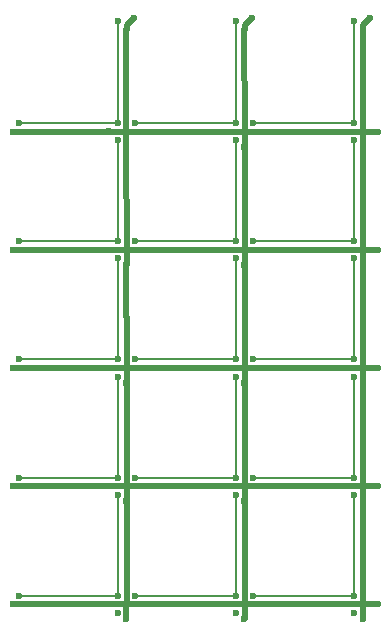
<source format=gbl>
%TF.GenerationSoftware,KiCad,Pcbnew,8.0.8*%
%TF.CreationDate,2025-02-13T16:18:16+00:00*%
%TF.ProjectId,ec30_4x6_jacplane_0.1,65633330-5f34-4783-965f-6a6163706c61,v0.1*%
%TF.SameCoordinates,PX8b3c880PY623a7c0*%
%TF.FileFunction,Copper,L4,Bot*%
%TF.FilePolarity,Positive*%
%FSLAX46Y46*%
G04 Gerber Fmt 4.6, Leading zero omitted, Abs format (unit mm)*
G04 Created by KiCad (PCBNEW 8.0.8) date 2025-02-13 16:18:16*
%MOMM*%
%LPD*%
G01*
G04 APERTURE LIST*
%TA.AperFunction,ViaPad*%
%ADD10C,0.600000*%
%TD*%
%TA.AperFunction,Conductor*%
%ADD11C,0.500000*%
%TD*%
%TA.AperFunction,Conductor*%
%ADD12C,0.200000*%
%TD*%
G04 APERTURE END LIST*
D10*
%TO.N,JD_PWR*%
X-7600000Y-1131130D03*
X1131120Y-2399980D03*
X-8868890Y17600020D03*
X12400000Y18868870D03*
X-8868890Y-2399980D03*
X11131120Y7600020D03*
X11131120Y17600020D03*
X-17471360Y-11131130D03*
X1766390Y28500010D03*
X12400000Y-11131130D03*
X11131120Y-22399980D03*
X-18481360Y-1131130D03*
X-17471360Y18868870D03*
X1131120Y-22399980D03*
X1150000Y27592080D03*
X-8868890Y7591400D03*
X2400000Y-1131130D03*
X-8233610Y28500010D03*
X-8868890Y20300000D03*
X12400000Y8868870D03*
X12400000Y-1131130D03*
X1131120Y7600020D03*
X-17471360Y-21131130D03*
X-8868890Y-22399980D03*
X-7600000Y-21131130D03*
X11131120Y-12399980D03*
X-7600000Y-11131130D03*
X-17471360Y8868870D03*
X11131120Y-2399980D03*
X-17471360Y-1131130D03*
X-18481360Y8868870D03*
X2400000Y18868870D03*
X2400000Y8868870D03*
X-10300000Y18900000D03*
X-7600000Y18868870D03*
X-8850000Y27592080D03*
X-18481360Y-21131130D03*
X-8868890Y-12399980D03*
X-18481360Y-11131130D03*
X-18481360Y18868870D03*
X2400000Y-21131130D03*
X1131120Y-12399980D03*
X-7600000Y8868870D03*
X11766390Y28500010D03*
X1131120Y17600020D03*
X2400000Y-11131130D03*
X11150000Y27592080D03*
X12400000Y-21131130D03*
%TO.N,JD_DATA*%
X400000Y-21854200D03*
X1854190Y9600000D03*
X-9600000Y9600000D03*
X400000Y-11854190D03*
X-17976360Y9600000D03*
X-9600000Y8145800D03*
X10400000Y-20400000D03*
X10400000Y-21854200D03*
X-17976360Y-10400000D03*
X-9600000Y-20400000D03*
X-8145810Y19600000D03*
X-8145810Y9600000D03*
X400000Y9600000D03*
X-9600000Y-11854190D03*
X400000Y-10400000D03*
X1854190Y-10400000D03*
X-17976360Y-20400000D03*
X10400000Y-10400000D03*
X-8145810Y-400000D03*
X400000Y18145800D03*
X10400000Y19600000D03*
X400000Y-20400000D03*
X10400000Y28211290D03*
X-9600000Y-10400000D03*
X400000Y-400000D03*
X1854190Y19600000D03*
X-9600000Y-400000D03*
X10400000Y-1854200D03*
X-17976360Y19600000D03*
X-17976360Y-400000D03*
X-8145810Y-20400000D03*
X10400000Y9600000D03*
X400000Y19600000D03*
X400000Y-1854200D03*
X-9600000Y18145800D03*
X1854190Y-400000D03*
X10400000Y-11854190D03*
X1854190Y-20400000D03*
X10400000Y-400000D03*
X400000Y28211290D03*
X-9600000Y19600000D03*
X-9600000Y-1854200D03*
X10400000Y8145800D03*
X-8145810Y-10400000D03*
X-9600000Y-21854200D03*
X400000Y8145800D03*
X-9600000Y28211290D03*
X10400000Y18145800D03*
%TD*%
D11*
%TO.N,JD_PWR*%
X1133550Y-11131020D02*
X2400000Y-11130600D01*
X-8866450Y18865670D02*
X-8865210Y17600020D01*
X-8866450Y-11134330D02*
X-7600000Y-11133910D01*
X-8868890Y7591400D02*
X-8856650Y7603630D01*
X1133550Y-21131020D02*
X2400000Y-21130600D01*
X2400000Y-11130600D02*
X11133550Y-11127710D01*
X-8830870Y27875690D02*
X-8233610Y28472950D01*
X-17449750Y18884430D02*
X-10315560Y18884430D01*
X1133550Y-11131020D02*
X1134790Y-12399970D01*
X11133550Y-11127710D02*
X12400000Y-11127290D01*
X-8830870Y27611210D02*
X-8830870Y27875690D01*
X-8866450Y-21134330D02*
X-7600000Y-21133910D01*
X-8866450Y18865670D02*
X-7600000Y18866090D01*
X1133550Y-1131020D02*
X1134790Y-2399980D01*
X-7600000Y18866090D02*
X1133550Y18868980D01*
X11162940Y-11134340D02*
X11172730Y-21134340D01*
X-7600000Y-11133910D02*
X1133550Y-11131020D01*
X-8835820Y-12399950D02*
X-8827270Y-21134340D01*
X11125010Y27592050D02*
X11133550Y18872290D01*
X11153140Y-1134340D02*
X11162940Y-11134340D01*
X-10280870Y18880860D02*
X-9588740Y18880860D01*
X-8868890Y3226010D02*
X-8868890Y7591400D01*
X-8865210Y17600020D02*
X-8856650Y8865650D01*
X-10300000Y18900000D02*
X-10280870Y18880860D01*
X1134790Y17600020D02*
X1143350Y8865650D01*
X11169130Y27875690D02*
X11766390Y28472950D01*
X2400000Y-21130600D02*
X11133550Y-21127710D01*
X11133550Y-11127710D02*
X11134790Y-12399970D01*
X-17592030Y-21137210D02*
X-8866450Y-21134330D01*
X-18481360Y-21131130D02*
X-17471360Y-21131130D01*
X11133550Y18872290D02*
X12400000Y18872710D01*
X11133550Y-21127710D02*
X12400000Y-21127290D01*
X2400000Y18869400D02*
X11133550Y18872290D01*
X-8868890Y20300000D02*
X-8866450Y20297560D01*
X2400000Y-1130600D02*
X11133550Y-1127710D01*
X11133550Y18872290D02*
X11134790Y17600020D01*
X1133550Y-21131020D02*
X1134790Y-22399980D01*
X11133550Y8872290D02*
X12400000Y8872710D01*
X1133550Y-1131020D02*
X2400000Y-1130600D01*
X-17592030Y8862780D02*
X-8866450Y8865670D01*
X-8866450Y27575630D02*
X-8859440Y27568620D01*
X1162940Y-11134340D02*
X1172730Y-21134340D01*
X11133550Y-1127710D02*
X11134790Y-2399980D01*
X1150000Y27592080D02*
X1169130Y27611210D01*
X2400000Y8869400D02*
X11133550Y8872290D01*
X-8856650Y7603630D02*
X-8856650Y8865650D01*
X-8859440Y20309440D02*
X-8859440Y27568620D01*
X11133550Y-21127710D02*
X11134790Y-22399980D01*
X-9588740Y18880860D02*
X-9573550Y18865670D01*
X1766390Y28472950D02*
X1766390Y28500010D01*
X-8866450Y-1134330D02*
X-7600000Y-1133910D01*
X-7600000Y-1133910D02*
X1133550Y-1131020D01*
X-8233610Y28472950D02*
X-8233610Y28500010D01*
X-8866450Y-21134330D02*
X-8865210Y-22399980D01*
X1144590Y7600020D02*
X1153140Y-1134340D01*
X1133550Y18868980D02*
X2400000Y18869400D01*
X-8850000Y27592080D02*
X-8830870Y27611210D01*
X11766390Y28472950D02*
X11766390Y28500010D01*
X11133550Y-1127710D02*
X12400000Y-1127290D01*
X1133550Y18868980D02*
X1134790Y17600020D01*
X11150000Y27592080D02*
X11169130Y27611210D01*
X-7600000Y-21133910D02*
X1133550Y-21131020D01*
X-18481360Y8868870D02*
X-17471360Y8868870D01*
X-7600000Y8866090D02*
X1133550Y8868980D01*
X1169130Y27875690D02*
X1766390Y28472950D01*
X1169130Y27611210D02*
X1169130Y27875690D01*
X-8846860Y-1134340D02*
X-8846860Y3203980D01*
X11169130Y27611210D02*
X11169130Y27875690D01*
X11144590Y7600020D02*
X11153140Y-1134340D01*
X-8868890Y20300000D02*
X-8859440Y20309440D01*
X-8845620Y-2399960D02*
X-8837060Y-11134340D01*
X-18481360Y-1131130D02*
X-17471360Y-1131130D01*
X1125010Y27592050D02*
X1133550Y18868980D01*
X1153140Y-1134340D02*
X1162940Y-11134340D01*
X1133550Y8868980D02*
X2400000Y8869400D01*
X-18481360Y-11131130D02*
X-17471360Y-11131130D01*
X-8866450Y8865670D02*
X-7600000Y8866090D01*
X-17592030Y-11137210D02*
X-8866450Y-11134330D01*
X-8866450Y18865670D02*
X-8866450Y20297560D01*
X1133550Y8868980D02*
X1134790Y7600020D01*
X-9573550Y18865670D02*
X-8866450Y18865670D01*
X-18481360Y18868870D02*
X-17471360Y18868870D01*
X-8846860Y-1134340D02*
X-8845620Y-2399960D01*
X-17471350Y18862830D02*
X-17449750Y18884430D01*
X-10315560Y18884430D02*
X-10300000Y18900000D01*
X-8868890Y3226010D02*
X-8846860Y3203980D01*
X-17592030Y-1137220D02*
X-8866450Y-1134330D01*
X11133550Y8872290D02*
X11134790Y7600020D01*
X11134790Y17600020D02*
X11143350Y8865650D01*
X-8837060Y-11134340D02*
X-8835820Y-12399950D01*
D12*
%TO.N,JD_DATA*%
X400000Y-10400000D02*
X400000Y-1854200D01*
X-8145810Y-10400000D02*
X400000Y-10400000D01*
X-9600000Y-20400000D02*
X-9600000Y-11854190D01*
X400000Y-20400000D02*
X400000Y-11854190D01*
X1854190Y19600000D02*
X10400000Y19600000D01*
X400000Y9600000D02*
X400000Y18145800D01*
X-17976360Y19600000D02*
X-9600000Y19600000D01*
X-9600000Y-400000D02*
X-9600000Y8145800D01*
X10400000Y-20400000D02*
X10400000Y-11854190D01*
X400000Y-400000D02*
X400000Y8145800D01*
X-8145810Y-400000D02*
X400000Y-400000D01*
X-17976360Y9600000D02*
X-9600000Y9600000D01*
X10400000Y9600000D02*
X10400000Y18145800D01*
X1854190Y-20400000D02*
X10400000Y-20400000D01*
X-9600000Y-10400000D02*
X-9600000Y-1854200D01*
X-17976360Y-400000D02*
X-9600000Y-400000D01*
X10400000Y-10400000D02*
X10400000Y-1854200D01*
X400000Y19600000D02*
X400000Y28211290D01*
X1854190Y9600000D02*
X10400000Y9600000D01*
X1854190Y-10400000D02*
X10400000Y-10400000D01*
X-9600000Y9600000D02*
X-9600000Y18145800D01*
X-8145810Y19600000D02*
X400000Y19600000D01*
X-8145810Y-20400000D02*
X400000Y-20400000D01*
X-9600000Y19600000D02*
X-9600000Y28211290D01*
X-17976360Y-10400000D02*
X-9600000Y-10400000D01*
X10400000Y19600000D02*
X10400000Y28211290D01*
X1854190Y-400000D02*
X10400000Y-400000D01*
X-8145810Y9600000D02*
X400000Y9600000D01*
X10400000Y-400000D02*
X10400000Y8145800D01*
X-17976360Y-20400000D02*
X-9600000Y-20400000D01*
%TD*%
M02*

</source>
